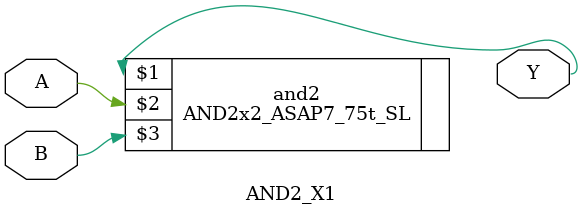
<source format=v>

/* verilator lint_off UNUSEDSIGNAL 
module HC_64_BK5_KS1_top (a,b,cin,sum,cout,clk,rst);
input [63:0]a;
input [63:0]b;
input cin;
output reg [63:0]sum;
output reg cout;
input clk;
input rst;
wire [63:0] sum_w;
wire cout_w;
reg cin_r;
HC_64_BK5_KS1 u0 (a,b,cin_r,sum_w,cout_w);
always @(posedge clk ) begin
    if (rst) begin
        sum<=0;
        cout<=0;
    end
    else begin
        sum<=sum_w;
        cout<=cout_w; 
        cin_r <= cin;
    end
end
endmodule */

module P_G_gen_hc_64 (a,b,cin,p,g);
input [63:0]a;
input [63:0]b;
input cin;
output [64:0]p;
output [64:0]g;
assign g[0]=cin;
assign p[0]=0;
assign p[64:1]=a^b;
assign g[64:1]=a&b;
endmodule

module HC_64_BK5_KS1 (a,b,cin,sum,cout);

input [64:1]a;
input [64:1]b;
input cin;
output [64:1]sum;
output cout;
wire [64:0]p;
wire [64:0]g;
P_G_gen_hc_64 pg_gen_hc (a,b,cin,p,g);
genvar i;

wire [63:0] gnpg_level1;
wire [63:0] pp_level1;
wire [63:0] gnpg_level2;
wire [63:0] pp_level2;
wire [63:0] gnpg_level3;
wire [63:0] pp_level3;
wire [63:0] gnpg_level4;
wire [63:0] pp_level4;
wire [63:0] gnpg_level5;
wire [63:0] pp_level5;
wire [63:0] gnpg_level6;
wire [63:0] pp_level6;
             generate
               for (i = 1;i<64 ;i=i+2 ) begin:gen_ks_1_1
              //  assign gnpg_level1[i]=g[i]|p[i]&g[i-1];  
                  AO21 a3 (p[i],g[i-1],g[i],gnpg_level1[i]);
                // assign pp_level1[i]=p[i]&p[i-1];     
                  AND2_X1 and3 (p[i],p[i-1],pp_level1[i]);
               end
            endgenerate
             generate
                for (i = 0;i<64 ;i=i+2) begin
                 assign gnpg_level1[i]=g[i];  
                 assign pp_level1[i]=p[i];     
               end
            endgenerate
             generate
              for (i = 4-1 ;i<64;i=i+4) begin:gen_ks_2_2
                // assign gnpg_level2[i]=gnpg_level1[i]|pp_level1[i]&gnpg_level1[i-2]; 
                AO21 a4 (pp_level1[i],gnpg_level1[i-2],gnpg_level1[i],gnpg_level2[i]); 
               // assign pp_level2[i]=pp_level1[i]&pp_level1[i-2];     
                  AND2_X1 and4 (pp_level1[i],pp_level1[i-2],pp_level2[i]);        
              end
            endgenerate generate
              for (i = 0;i<4-1 ;i=i+1) begin
                assign gnpg_level2[ 4*0+i]=gnpg_level1[ 4*0+i];
                assign pp_level2[ 4*0+i]=pp_level1[ 4*0+i];
               end
            endgenerate generate
              for (i = 0;i<4-1 ;i=i+1) begin
                assign gnpg_level2[ 4*1+i]=gnpg_level1[ 4*1+i];
                assign pp_level2[ 4*1+i]=pp_level1[ 4*1+i];
               end
            endgenerate generate
              for (i = 0;i<4-1 ;i=i+1) begin
                assign gnpg_level2[ 4*2+i]=gnpg_level1[ 4*2+i];
                assign pp_level2[ 4*2+i]=pp_level1[ 4*2+i];
               end
            endgenerate generate
              for (i = 0;i<4-1 ;i=i+1) begin
                assign gnpg_level2[ 4*3+i]=gnpg_level1[ 4*3+i];
                assign pp_level2[ 4*3+i]=pp_level1[ 4*3+i];
               end
            endgenerate generate
              for (i = 0;i<4-1 ;i=i+1) begin
                assign gnpg_level2[ 4*4+i]=gnpg_level1[ 4*4+i];
                assign pp_level2[ 4*4+i]=pp_level1[ 4*4+i];
               end
            endgenerate generate
              for (i = 0;i<4-1 ;i=i+1) begin
                assign gnpg_level2[ 4*5+i]=gnpg_level1[ 4*5+i];
                assign pp_level2[ 4*5+i]=pp_level1[ 4*5+i];
               end
            endgenerate generate
              for (i = 0;i<4-1 ;i=i+1) begin
                assign gnpg_level2[ 4*6+i]=gnpg_level1[ 4*6+i];
                assign pp_level2[ 4*6+i]=pp_level1[ 4*6+i];
               end
            endgenerate generate
              for (i = 0;i<4-1 ;i=i+1) begin
                assign gnpg_level2[ 4*7+i]=gnpg_level1[ 4*7+i];
                assign pp_level2[ 4*7+i]=pp_level1[ 4*7+i];
               end
            endgenerate generate
              for (i = 0;i<4-1 ;i=i+1) begin
                assign gnpg_level2[ 4*8+i]=gnpg_level1[ 4*8+i];
                assign pp_level2[ 4*8+i]=pp_level1[ 4*8+i];
               end
            endgenerate generate
              for (i = 0;i<4-1 ;i=i+1) begin
                assign gnpg_level2[ 4*9+i]=gnpg_level1[ 4*9+i];
                assign pp_level2[ 4*9+i]=pp_level1[ 4*9+i];
               end
            endgenerate generate
              for (i = 0;i<4-1 ;i=i+1) begin
                assign gnpg_level2[ 4*10+i]=gnpg_level1[ 4*10+i];
                assign pp_level2[ 4*10+i]=pp_level1[ 4*10+i];
               end
            endgenerate generate
              for (i = 0;i<4-1 ;i=i+1) begin
                assign gnpg_level2[ 4*11+i]=gnpg_level1[ 4*11+i];
                assign pp_level2[ 4*11+i]=pp_level1[ 4*11+i];
               end
            endgenerate generate
              for (i = 0;i<4-1 ;i=i+1) begin
                assign gnpg_level2[ 4*12+i]=gnpg_level1[ 4*12+i];
                assign pp_level2[ 4*12+i]=pp_level1[ 4*12+i];
               end
            endgenerate generate
              for (i = 0;i<4-1 ;i=i+1) begin
                assign gnpg_level2[ 4*13+i]=gnpg_level1[ 4*13+i];
                assign pp_level2[ 4*13+i]=pp_level1[ 4*13+i];
               end
            endgenerate generate
              for (i = 0;i<4-1 ;i=i+1) begin
                assign gnpg_level2[ 4*14+i]=gnpg_level1[ 4*14+i];
                assign pp_level2[ 4*14+i]=pp_level1[ 4*14+i];
               end
            endgenerate generate
              for (i = 0;i<4-1 ;i=i+1) begin
                assign gnpg_level2[ 4*15+i]=gnpg_level1[ 4*15+i];
                assign pp_level2[ 4*15+i]=pp_level1[ 4*15+i];
               end
            endgenerate 
             generate
              for (i = 8-1 ;i<64;i=i+8) begin:gen_ks_2_3
                // assign gnpg_level3[i]=gnpg_level2[i]|pp_level2[i]&gnpg_level2[i-4]; 
                AO21 a4 (pp_level2[i],gnpg_level2[i-4],gnpg_level2[i],gnpg_level3[i]); 
               // assign pp_level3[i]=pp_level2[i]&pp_level2[i-4];     
                  AND2_X1 and4 (pp_level2[i],pp_level2[i-4],pp_level3[i]);        
              end
            endgenerate generate
              for (i = 0;i<8-1 ;i=i+1) begin
                assign gnpg_level3[ 8*0+i]=gnpg_level2[ 8*0+i];
                assign pp_level3[ 8*0+i]=pp_level2[ 8*0+i];
               end
            endgenerate generate
              for (i = 0;i<8-1 ;i=i+1) begin
                assign gnpg_level3[ 8*1+i]=gnpg_level2[ 8*1+i];
                assign pp_level3[ 8*1+i]=pp_level2[ 8*1+i];
               end
            endgenerate generate
              for (i = 0;i<8-1 ;i=i+1) begin
                assign gnpg_level3[ 8*2+i]=gnpg_level2[ 8*2+i];
                assign pp_level3[ 8*2+i]=pp_level2[ 8*2+i];
               end
            endgenerate generate
              for (i = 0;i<8-1 ;i=i+1) begin
                assign gnpg_level3[ 8*3+i]=gnpg_level2[ 8*3+i];
                assign pp_level3[ 8*3+i]=pp_level2[ 8*3+i];
               end
            endgenerate generate
              for (i = 0;i<8-1 ;i=i+1) begin
                assign gnpg_level3[ 8*4+i]=gnpg_level2[ 8*4+i];
                assign pp_level3[ 8*4+i]=pp_level2[ 8*4+i];
               end
            endgenerate generate
              for (i = 0;i<8-1 ;i=i+1) begin
                assign gnpg_level3[ 8*5+i]=gnpg_level2[ 8*5+i];
                assign pp_level3[ 8*5+i]=pp_level2[ 8*5+i];
               end
            endgenerate generate
              for (i = 0;i<8-1 ;i=i+1) begin
                assign gnpg_level3[ 8*6+i]=gnpg_level2[ 8*6+i];
                assign pp_level3[ 8*6+i]=pp_level2[ 8*6+i];
               end
            endgenerate generate
              for (i = 0;i<8-1 ;i=i+1) begin
                assign gnpg_level3[ 8*7+i]=gnpg_level2[ 8*7+i];
                assign pp_level3[ 8*7+i]=pp_level2[ 8*7+i];
               end
            endgenerate 
             generate
              for (i = 16-1 ;i<64;i=i+16) begin:gen_ks_2_4
                // assign gnpg_level4[i]=gnpg_level3[i]|pp_level3[i]&gnpg_level3[i-8]; 
                AO21 a4 (pp_level3[i],gnpg_level3[i-8],gnpg_level3[i],gnpg_level4[i]); 
               // assign pp_level4[i]=pp_level3[i]&pp_level3[i-8];     
                  AND2_X1 and4 (pp_level3[i],pp_level3[i-8],pp_level4[i]);        
              end
            endgenerate generate
              for (i = 0;i<16-1 ;i=i+1) begin
                assign gnpg_level4[ 16*0+i]=gnpg_level3[ 16*0+i];
                assign pp_level4[ 16*0+i]=pp_level3[ 16*0+i];
               end
            endgenerate generate
              for (i = 0;i<16-1 ;i=i+1) begin
                assign gnpg_level4[ 16*1+i]=gnpg_level3[ 16*1+i];
                assign pp_level4[ 16*1+i]=pp_level3[ 16*1+i];
               end
            endgenerate generate
              for (i = 0;i<16-1 ;i=i+1) begin
                assign gnpg_level4[ 16*2+i]=gnpg_level3[ 16*2+i];
                assign pp_level4[ 16*2+i]=pp_level3[ 16*2+i];
               end
            endgenerate generate
              for (i = 0;i<16-1 ;i=i+1) begin
                assign gnpg_level4[ 16*3+i]=gnpg_level3[ 16*3+i];
                assign pp_level4[ 16*3+i]=pp_level3[ 16*3+i];
               end
            endgenerate 
             generate
              for (i = 32-1 ;i<64;i=i+32) begin:gen_ks_2_5
                // assign gnpg_level5[i]=gnpg_level4[i]|pp_level4[i]&gnpg_level4[i-16]; 
                AO21 a4 (pp_level4[i],gnpg_level4[i-16],gnpg_level4[i],gnpg_level5[i]); 
               // assign pp_level5[i]=pp_level4[i]&pp_level4[i-16];     
                  AND2_X1 and4 (pp_level4[i],pp_level4[i-16],pp_level5[i]);        
              end
            endgenerate generate
              for (i = 0;i<32-1 ;i=i+1) begin
                assign gnpg_level5[ 32*0+i]=gnpg_level4[ 32*0+i];
                assign pp_level5[ 32*0+i]=pp_level4[ 32*0+i];
               end
            endgenerate generate
              for (i = 0;i<32-1 ;i=i+1) begin
                assign gnpg_level5[ 32*1+i]=gnpg_level4[ 32*1+i];
                assign pp_level5[ 32*1+i]=pp_level4[ 32*1+i];
               end
            endgenerate 
            //KS 
            generate
              for (i = 0;i<(64-63) ;i=i+32) begin:gen_ks_4_1
               // assign gnpg_level6[63+i]=gnpg_level5[63+i]|pp_level5[63+i]&gnpg_level5[63+i-1*32];
               AO21 a5 (pp_level5[63+i],gnpg_level5[63+i-1*32],gnpg_level5[63+i],gnpg_level6[63+i]);
              //  assign pp_level6[63+i]=pp_level5[63+i]&pp_level5[63+i-1*32];
               AND2_X1 and5 (pp_level5[63+i],pp_level5[63+i-1*32],pp_level6[63+i]);
               end
            endgenerate
            generate
              for (i = 0;i<63;i=i+1) begin
                assign gnpg_level6[i]=gnpg_level5[i];
                assign pp_level6[i]=pp_level5[i];
               end
            endgenerate
            
    wire [63:0] gnpg_level11;  
    
    wire [30-1:0] gnpg_level10;   
    wire [30-1:0] pp_level10; 
    
    wire [14-1:0] gnpg_level9;   
    wire [14-1:0] pp_level9; 
    
    wire [6-1:0] gnpg_level8;   
    wire [6-1:0] pp_level8; 
    
    wire [2-1:0] gnpg_level7;   
    wire [2-1:0] pp_level7; 
    
assign sum[64:1]=p[64:1]^gnpg_level11[64-1:0];
assign cout =g[64]|p[64]&gnpg_level11[64-1];
assign gnpg_level11[0]=gnpg_level6[0];
assign gnpg_level11[1]=gnpg_level6[1];
// assign gnpg_level11[2]=gnpg_level6[2]|pp_level6[2]&gnpg_level6[1];
AO21 a9 (pp_level6[2],gnpg_level6[1],gnpg_level6[2],gnpg_level11[2]);
assign gnpg_level11[63]=gnpg_level6[63];
generate 
   for (i = 1;i<(64-2)/2 ;i=i+1 ) begin
      assign gnpg_level11[2*i+1]=gnpg_level10[i-1];
   end
endgenerate
generate 
   for (i = 2;i<64/2 ;i=i+1 ) begin:gen_post_2
      //assign gnpg_level11[2*i]=gnpg_level6[2*i]|pp_level6[2*i]&gnpg_level10[i-2];
      AO21 a10 (pp_level6[2*i],gnpg_level10[i-2],gnpg_level6[2*i],gnpg_level11[2*i]);
   end
endgenerate


assign gnpg_level10[0]=gnpg_level6[3];
// assign gnpg_level10[1]=gnpg_level6[2+3]|pp_level6[2+3]&gnpg_level6[2+3-2];
AO21 a11_4 (pp_level6[2+3],gnpg_level6[2+3-2],gnpg_level6[2+3],gnpg_level10[1]);
generate 

   for (i = 3;i<30;i=i+2 ) begin:gen_post_34
      // assign gnpg_level10[i]=gnpg_level6[2*i+3]|pp_level6[2*i+3]&gnpg_level9[(i-3)/2];
      AO21 a12 (pp_level6[2*i+3],gnpg_level9[(i-3)/2],gnpg_level6[2*i+3],gnpg_level10[i]);
   end
endgenerate
generate 

   for (i = 2;i<30 ;i=i+2 ) begin
      assign gnpg_level10[i]=gnpg_level9[i/2-1];
   end
endgenerate



assign gnpg_level9[0]=gnpg_level6[7];
// assign gnpg_level9[1]=gnpg_level6[4+7]|pp_level6[4+7]&gnpg_level6[4+7-4];
AO21 a11_3 (pp_level6[4+7],gnpg_level6[4+7-4],gnpg_level6[4+7],gnpg_level9[1]);
generate 

   for (i = 3;i<14;i=i+2 ) begin:gen_post_33
      // assign gnpg_level9[i]=gnpg_level6[4*i+7]|pp_level6[4*i+7]&gnpg_level8[(i-3)/2];
      AO21 a12 (pp_level6[4*i+7],gnpg_level8[(i-3)/2],gnpg_level6[4*i+7],gnpg_level9[i]);
   end
endgenerate
generate 

   for (i = 2;i<14 ;i=i+2 ) begin
      assign gnpg_level9[i]=gnpg_level8[i/2-1];
   end
endgenerate



assign gnpg_level8[0]=gnpg_level6[15];
// assign gnpg_level8[1]=gnpg_level6[8+15]|pp_level6[8+15]&gnpg_level6[8+15-8];
AO21 a11_2 (pp_level6[8+15],gnpg_level6[8+15-8],gnpg_level6[8+15],gnpg_level8[1]);
generate 

   for (i = 3;i<6;i=i+2 ) begin:gen_post_32
      // assign gnpg_level8[i]=gnpg_level6[8*i+15]|pp_level6[8*i+15]&gnpg_level7[(i-3)/2];
      AO21 a12 (pp_level6[8*i+15],gnpg_level7[(i-3)/2],gnpg_level6[8*i+15],gnpg_level8[i]);
   end
endgenerate
generate 

   for (i = 2;i<6 ;i=i+2 ) begin
      assign gnpg_level8[i]=gnpg_level7[i/2-1];
   end
endgenerate


//1111
assign gnpg_level7[0]=gnpg_level6[31];
// assign gnpg_level7[1]=gnpg_level6[16+31]|pp_level6[16+31]&gnpg_level6[16+31-16];
AO21 a13_1 (pp_level6[16+31],gnpg_level6[16+31-16],gnpg_level6[16+31],gnpg_level7[1]);
generate 
//1111
   for (i = 3;i<2;i=i+2 ) begin:gen_post_41
     // assign gnpg_level7[i]=gnpg_level6[16*i+31]|pp_level6[16*i+31]&gnpg_level6[16*i+31-16];
     AO21 a141 (pp_level6[16*i+31],gnpg_level6[16*i+31-16],gnpg_level6[16*i+31],gnpg_level7[i]);
   end
endgenerate
generate 
//1111
   for (i = 2;i<2 ;i=i+2 ) begin
      assign gnpg_level7[i]=gnpg_level6[16*i+31];
   end
endgenerate

endmodule
module AO21 ( a, b, d, y_bar );
  input a, b, d;
    // wire y;
  output   y_bar;

    // AOI21_X2 aoi21_1 ( .A1(a), .A2(b), .B(d), .ZN(y) );
   // INV_X2 inv_1 ( .I(y), .ZN(y_bar) );
    AO21x1_ASAP7_75t_SL aoi21_1 (y_bar,a,b,d);
endmodule
module AND2_X1 (A,B,Y);
input A,B;
output Y;

AND2x2_ASAP7_75t_SL and2 (Y,A,B);

endmodule 
/* module AND2x2_ASAP7_75t_SL (Y, A, B);
	output Y;
	input A, B;
	// Function
	and (Y, A, B);
endmodule

module AO21x1_ASAP7_75t_SL (Y, A1, A2, B);
	output Y;
	input A1, A2, B;

	// Function
	wire int_fwire_0;

	and (int_fwire_0, A1, A2);
	or (Y, int_fwire_0, B);
endmodule*/

</source>
